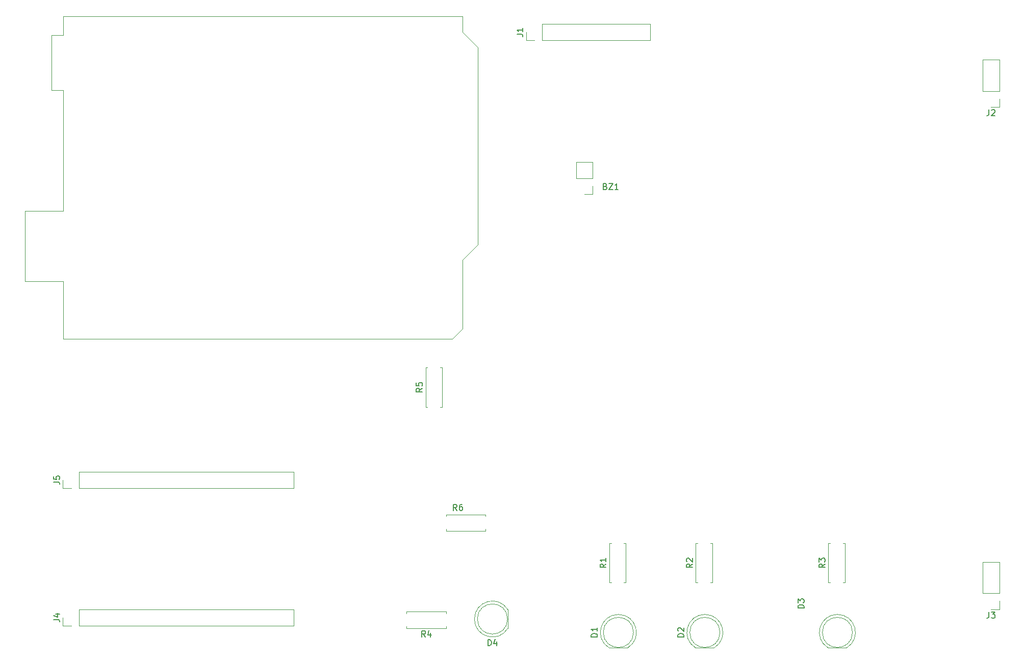
<source format=gbr>
%TF.GenerationSoftware,KiCad,Pcbnew,9.0.7*%
%TF.CreationDate,2026-01-03T20:52:02+01:00*%
%TF.ProjectId,Kicad Datein,4b696361-6420-4446-9174-65696e2e6b69,rev?*%
%TF.SameCoordinates,Original*%
%TF.FileFunction,Legend,Top*%
%TF.FilePolarity,Positive*%
%FSLAX46Y46*%
G04 Gerber Fmt 4.6, Leading zero omitted, Abs format (unit mm)*
G04 Created by KiCad (PCBNEW 9.0.7) date 2026-01-03 20:52:02*
%MOMM*%
%LPD*%
G01*
G04 APERTURE LIST*
%ADD10C,0.150000*%
%ADD11C,0.120000*%
G04 APERTURE END LIST*
D10*
X144454819Y-117698094D02*
X143454819Y-117698094D01*
X143454819Y-117698094D02*
X143454819Y-117459999D01*
X143454819Y-117459999D02*
X143502438Y-117317142D01*
X143502438Y-117317142D02*
X143597676Y-117221904D01*
X143597676Y-117221904D02*
X143692914Y-117174285D01*
X143692914Y-117174285D02*
X143883390Y-117126666D01*
X143883390Y-117126666D02*
X144026247Y-117126666D01*
X144026247Y-117126666D02*
X144216723Y-117174285D01*
X144216723Y-117174285D02*
X144311961Y-117221904D01*
X144311961Y-117221904D02*
X144407200Y-117317142D01*
X144407200Y-117317142D02*
X144454819Y-117459999D01*
X144454819Y-117459999D02*
X144454819Y-117698094D01*
X143454819Y-116793332D02*
X143454819Y-116174285D01*
X143454819Y-116174285D02*
X143835771Y-116507618D01*
X143835771Y-116507618D02*
X143835771Y-116364761D01*
X143835771Y-116364761D02*
X143883390Y-116269523D01*
X143883390Y-116269523D02*
X143931009Y-116221904D01*
X143931009Y-116221904D02*
X144026247Y-116174285D01*
X144026247Y-116174285D02*
X144264342Y-116174285D01*
X144264342Y-116174285D02*
X144359580Y-116221904D01*
X144359580Y-116221904D02*
X144407200Y-116269523D01*
X144407200Y-116269523D02*
X144454819Y-116364761D01*
X144454819Y-116364761D02*
X144454819Y-116650475D01*
X144454819Y-116650475D02*
X144407200Y-116745713D01*
X144407200Y-116745713D02*
X144359580Y-116793332D01*
X96794819Y-22333333D02*
X97509104Y-22333333D01*
X97509104Y-22333333D02*
X97651961Y-22380952D01*
X97651961Y-22380952D02*
X97747200Y-22476190D01*
X97747200Y-22476190D02*
X97794819Y-22619047D01*
X97794819Y-22619047D02*
X97794819Y-22714285D01*
X97794819Y-21333333D02*
X97794819Y-21904761D01*
X97794819Y-21619047D02*
X96794819Y-21619047D01*
X96794819Y-21619047D02*
X96937676Y-21714285D01*
X96937676Y-21714285D02*
X97032914Y-21809523D01*
X97032914Y-21809523D02*
X97080533Y-21904761D01*
X19874819Y-119593333D02*
X20589104Y-119593333D01*
X20589104Y-119593333D02*
X20731961Y-119640952D01*
X20731961Y-119640952D02*
X20827200Y-119736190D01*
X20827200Y-119736190D02*
X20874819Y-119879047D01*
X20874819Y-119879047D02*
X20874819Y-119974285D01*
X20208152Y-118688571D02*
X20874819Y-118688571D01*
X19827200Y-118926666D02*
X20541485Y-119164761D01*
X20541485Y-119164761D02*
X20541485Y-118545714D01*
X125944819Y-110356666D02*
X125468628Y-110689999D01*
X125944819Y-110928094D02*
X124944819Y-110928094D01*
X124944819Y-110928094D02*
X124944819Y-110547142D01*
X124944819Y-110547142D02*
X124992438Y-110451904D01*
X124992438Y-110451904D02*
X125040057Y-110404285D01*
X125040057Y-110404285D02*
X125135295Y-110356666D01*
X125135295Y-110356666D02*
X125278152Y-110356666D01*
X125278152Y-110356666D02*
X125373390Y-110404285D01*
X125373390Y-110404285D02*
X125421009Y-110451904D01*
X125421009Y-110451904D02*
X125468628Y-110547142D01*
X125468628Y-110547142D02*
X125468628Y-110928094D01*
X125040057Y-109975713D02*
X124992438Y-109928094D01*
X124992438Y-109928094D02*
X124944819Y-109832856D01*
X124944819Y-109832856D02*
X124944819Y-109594761D01*
X124944819Y-109594761D02*
X124992438Y-109499523D01*
X124992438Y-109499523D02*
X125040057Y-109451904D01*
X125040057Y-109451904D02*
X125135295Y-109404285D01*
X125135295Y-109404285D02*
X125230533Y-109404285D01*
X125230533Y-109404285D02*
X125373390Y-109451904D01*
X125373390Y-109451904D02*
X125944819Y-110023332D01*
X125944819Y-110023332D02*
X125944819Y-109404285D01*
X81084819Y-81166666D02*
X80608628Y-81499999D01*
X81084819Y-81738094D02*
X80084819Y-81738094D01*
X80084819Y-81738094D02*
X80084819Y-81357142D01*
X80084819Y-81357142D02*
X80132438Y-81261904D01*
X80132438Y-81261904D02*
X80180057Y-81214285D01*
X80180057Y-81214285D02*
X80275295Y-81166666D01*
X80275295Y-81166666D02*
X80418152Y-81166666D01*
X80418152Y-81166666D02*
X80513390Y-81214285D01*
X80513390Y-81214285D02*
X80561009Y-81261904D01*
X80561009Y-81261904D02*
X80608628Y-81357142D01*
X80608628Y-81357142D02*
X80608628Y-81738094D01*
X80084819Y-80261904D02*
X80084819Y-80738094D01*
X80084819Y-80738094D02*
X80561009Y-80785713D01*
X80561009Y-80785713D02*
X80513390Y-80738094D01*
X80513390Y-80738094D02*
X80465771Y-80642856D01*
X80465771Y-80642856D02*
X80465771Y-80404761D01*
X80465771Y-80404761D02*
X80513390Y-80309523D01*
X80513390Y-80309523D02*
X80561009Y-80261904D01*
X80561009Y-80261904D02*
X80656247Y-80214285D01*
X80656247Y-80214285D02*
X80894342Y-80214285D01*
X80894342Y-80214285D02*
X80989580Y-80261904D01*
X80989580Y-80261904D02*
X81037200Y-80309523D01*
X81037200Y-80309523D02*
X81084819Y-80404761D01*
X81084819Y-80404761D02*
X81084819Y-80642856D01*
X81084819Y-80642856D02*
X81037200Y-80738094D01*
X81037200Y-80738094D02*
X80989580Y-80785713D01*
X91991905Y-123914819D02*
X91991905Y-122914819D01*
X91991905Y-122914819D02*
X92230000Y-122914819D01*
X92230000Y-122914819D02*
X92372857Y-122962438D01*
X92372857Y-122962438D02*
X92468095Y-123057676D01*
X92468095Y-123057676D02*
X92515714Y-123152914D01*
X92515714Y-123152914D02*
X92563333Y-123343390D01*
X92563333Y-123343390D02*
X92563333Y-123486247D01*
X92563333Y-123486247D02*
X92515714Y-123676723D01*
X92515714Y-123676723D02*
X92468095Y-123771961D01*
X92468095Y-123771961D02*
X92372857Y-123867200D01*
X92372857Y-123867200D02*
X92230000Y-123914819D01*
X92230000Y-123914819D02*
X91991905Y-123914819D01*
X93420476Y-123248152D02*
X93420476Y-123914819D01*
X93182381Y-122867200D02*
X92944286Y-123581485D01*
X92944286Y-123581485D02*
X93563333Y-123581485D01*
X124494819Y-122468094D02*
X123494819Y-122468094D01*
X123494819Y-122468094D02*
X123494819Y-122229999D01*
X123494819Y-122229999D02*
X123542438Y-122087142D01*
X123542438Y-122087142D02*
X123637676Y-121991904D01*
X123637676Y-121991904D02*
X123732914Y-121944285D01*
X123732914Y-121944285D02*
X123923390Y-121896666D01*
X123923390Y-121896666D02*
X124066247Y-121896666D01*
X124066247Y-121896666D02*
X124256723Y-121944285D01*
X124256723Y-121944285D02*
X124351961Y-121991904D01*
X124351961Y-121991904D02*
X124447200Y-122087142D01*
X124447200Y-122087142D02*
X124494819Y-122229999D01*
X124494819Y-122229999D02*
X124494819Y-122468094D01*
X123590057Y-121515713D02*
X123542438Y-121468094D01*
X123542438Y-121468094D02*
X123494819Y-121372856D01*
X123494819Y-121372856D02*
X123494819Y-121134761D01*
X123494819Y-121134761D02*
X123542438Y-121039523D01*
X123542438Y-121039523D02*
X123590057Y-120991904D01*
X123590057Y-120991904D02*
X123685295Y-120944285D01*
X123685295Y-120944285D02*
X123780533Y-120944285D01*
X123780533Y-120944285D02*
X123923390Y-120991904D01*
X123923390Y-120991904D02*
X124494819Y-121563332D01*
X124494819Y-121563332D02*
X124494819Y-120944285D01*
X81593333Y-122464819D02*
X81260000Y-121988628D01*
X81021905Y-122464819D02*
X81021905Y-121464819D01*
X81021905Y-121464819D02*
X81402857Y-121464819D01*
X81402857Y-121464819D02*
X81498095Y-121512438D01*
X81498095Y-121512438D02*
X81545714Y-121560057D01*
X81545714Y-121560057D02*
X81593333Y-121655295D01*
X81593333Y-121655295D02*
X81593333Y-121798152D01*
X81593333Y-121798152D02*
X81545714Y-121893390D01*
X81545714Y-121893390D02*
X81498095Y-121941009D01*
X81498095Y-121941009D02*
X81402857Y-121988628D01*
X81402857Y-121988628D02*
X81021905Y-121988628D01*
X82450476Y-121798152D02*
X82450476Y-122464819D01*
X82212381Y-121417200D02*
X81974286Y-122131485D01*
X81974286Y-122131485D02*
X82593333Y-122131485D01*
X175166666Y-34874819D02*
X175166666Y-35589104D01*
X175166666Y-35589104D02*
X175119047Y-35731961D01*
X175119047Y-35731961D02*
X175023809Y-35827200D01*
X175023809Y-35827200D02*
X174880952Y-35874819D01*
X174880952Y-35874819D02*
X174785714Y-35874819D01*
X175595238Y-34970057D02*
X175642857Y-34922438D01*
X175642857Y-34922438D02*
X175738095Y-34874819D01*
X175738095Y-34874819D02*
X175976190Y-34874819D01*
X175976190Y-34874819D02*
X176071428Y-34922438D01*
X176071428Y-34922438D02*
X176119047Y-34970057D01*
X176119047Y-34970057D02*
X176166666Y-35065295D01*
X176166666Y-35065295D02*
X176166666Y-35160533D01*
X176166666Y-35160533D02*
X176119047Y-35303390D01*
X176119047Y-35303390D02*
X175547619Y-35874819D01*
X175547619Y-35874819D02*
X176166666Y-35874819D01*
X86833333Y-101454819D02*
X86500000Y-100978628D01*
X86261905Y-101454819D02*
X86261905Y-100454819D01*
X86261905Y-100454819D02*
X86642857Y-100454819D01*
X86642857Y-100454819D02*
X86738095Y-100502438D01*
X86738095Y-100502438D02*
X86785714Y-100550057D01*
X86785714Y-100550057D02*
X86833333Y-100645295D01*
X86833333Y-100645295D02*
X86833333Y-100788152D01*
X86833333Y-100788152D02*
X86785714Y-100883390D01*
X86785714Y-100883390D02*
X86738095Y-100931009D01*
X86738095Y-100931009D02*
X86642857Y-100978628D01*
X86642857Y-100978628D02*
X86261905Y-100978628D01*
X87690476Y-100454819D02*
X87500000Y-100454819D01*
X87500000Y-100454819D02*
X87404762Y-100502438D01*
X87404762Y-100502438D02*
X87357143Y-100550057D01*
X87357143Y-100550057D02*
X87261905Y-100692914D01*
X87261905Y-100692914D02*
X87214286Y-100883390D01*
X87214286Y-100883390D02*
X87214286Y-101264342D01*
X87214286Y-101264342D02*
X87261905Y-101359580D01*
X87261905Y-101359580D02*
X87309524Y-101407200D01*
X87309524Y-101407200D02*
X87404762Y-101454819D01*
X87404762Y-101454819D02*
X87595238Y-101454819D01*
X87595238Y-101454819D02*
X87690476Y-101407200D01*
X87690476Y-101407200D02*
X87738095Y-101359580D01*
X87738095Y-101359580D02*
X87785714Y-101264342D01*
X87785714Y-101264342D02*
X87785714Y-101026247D01*
X87785714Y-101026247D02*
X87738095Y-100931009D01*
X87738095Y-100931009D02*
X87690476Y-100883390D01*
X87690476Y-100883390D02*
X87595238Y-100835771D01*
X87595238Y-100835771D02*
X87404762Y-100835771D01*
X87404762Y-100835771D02*
X87309524Y-100883390D01*
X87309524Y-100883390D02*
X87261905Y-100931009D01*
X87261905Y-100931009D02*
X87214286Y-101026247D01*
X110134819Y-122468094D02*
X109134819Y-122468094D01*
X109134819Y-122468094D02*
X109134819Y-122229999D01*
X109134819Y-122229999D02*
X109182438Y-122087142D01*
X109182438Y-122087142D02*
X109277676Y-121991904D01*
X109277676Y-121991904D02*
X109372914Y-121944285D01*
X109372914Y-121944285D02*
X109563390Y-121896666D01*
X109563390Y-121896666D02*
X109706247Y-121896666D01*
X109706247Y-121896666D02*
X109896723Y-121944285D01*
X109896723Y-121944285D02*
X109991961Y-121991904D01*
X109991961Y-121991904D02*
X110087200Y-122087142D01*
X110087200Y-122087142D02*
X110134819Y-122229999D01*
X110134819Y-122229999D02*
X110134819Y-122468094D01*
X110134819Y-120944285D02*
X110134819Y-121515713D01*
X110134819Y-121229999D02*
X109134819Y-121229999D01*
X109134819Y-121229999D02*
X109277676Y-121325237D01*
X109277676Y-121325237D02*
X109372914Y-121420475D01*
X109372914Y-121420475D02*
X109420533Y-121515713D01*
X147944819Y-110356666D02*
X147468628Y-110689999D01*
X147944819Y-110928094D02*
X146944819Y-110928094D01*
X146944819Y-110928094D02*
X146944819Y-110547142D01*
X146944819Y-110547142D02*
X146992438Y-110451904D01*
X146992438Y-110451904D02*
X147040057Y-110404285D01*
X147040057Y-110404285D02*
X147135295Y-110356666D01*
X147135295Y-110356666D02*
X147278152Y-110356666D01*
X147278152Y-110356666D02*
X147373390Y-110404285D01*
X147373390Y-110404285D02*
X147421009Y-110451904D01*
X147421009Y-110451904D02*
X147468628Y-110547142D01*
X147468628Y-110547142D02*
X147468628Y-110928094D01*
X146944819Y-110023332D02*
X146944819Y-109404285D01*
X146944819Y-109404285D02*
X147325771Y-109737618D01*
X147325771Y-109737618D02*
X147325771Y-109594761D01*
X147325771Y-109594761D02*
X147373390Y-109499523D01*
X147373390Y-109499523D02*
X147421009Y-109451904D01*
X147421009Y-109451904D02*
X147516247Y-109404285D01*
X147516247Y-109404285D02*
X147754342Y-109404285D01*
X147754342Y-109404285D02*
X147849580Y-109451904D01*
X147849580Y-109451904D02*
X147897200Y-109499523D01*
X147897200Y-109499523D02*
X147944819Y-109594761D01*
X147944819Y-109594761D02*
X147944819Y-109880475D01*
X147944819Y-109880475D02*
X147897200Y-109975713D01*
X147897200Y-109975713D02*
X147849580Y-110023332D01*
X175166666Y-118334819D02*
X175166666Y-119049104D01*
X175166666Y-119049104D02*
X175119047Y-119191961D01*
X175119047Y-119191961D02*
X175023809Y-119287200D01*
X175023809Y-119287200D02*
X174880952Y-119334819D01*
X174880952Y-119334819D02*
X174785714Y-119334819D01*
X175547619Y-118334819D02*
X176166666Y-118334819D01*
X176166666Y-118334819D02*
X175833333Y-118715771D01*
X175833333Y-118715771D02*
X175976190Y-118715771D01*
X175976190Y-118715771D02*
X176071428Y-118763390D01*
X176071428Y-118763390D02*
X176119047Y-118811009D01*
X176119047Y-118811009D02*
X176166666Y-118906247D01*
X176166666Y-118906247D02*
X176166666Y-119144342D01*
X176166666Y-119144342D02*
X176119047Y-119239580D01*
X176119047Y-119239580D02*
X176071428Y-119287200D01*
X176071428Y-119287200D02*
X175976190Y-119334819D01*
X175976190Y-119334819D02*
X175690476Y-119334819D01*
X175690476Y-119334819D02*
X175595238Y-119287200D01*
X175595238Y-119287200D02*
X175547619Y-119239580D01*
X111479047Y-47611009D02*
X111621904Y-47658628D01*
X111621904Y-47658628D02*
X111669523Y-47706247D01*
X111669523Y-47706247D02*
X111717142Y-47801485D01*
X111717142Y-47801485D02*
X111717142Y-47944342D01*
X111717142Y-47944342D02*
X111669523Y-48039580D01*
X111669523Y-48039580D02*
X111621904Y-48087200D01*
X111621904Y-48087200D02*
X111526666Y-48134819D01*
X111526666Y-48134819D02*
X111145714Y-48134819D01*
X111145714Y-48134819D02*
X111145714Y-47134819D01*
X111145714Y-47134819D02*
X111479047Y-47134819D01*
X111479047Y-47134819D02*
X111574285Y-47182438D01*
X111574285Y-47182438D02*
X111621904Y-47230057D01*
X111621904Y-47230057D02*
X111669523Y-47325295D01*
X111669523Y-47325295D02*
X111669523Y-47420533D01*
X111669523Y-47420533D02*
X111621904Y-47515771D01*
X111621904Y-47515771D02*
X111574285Y-47563390D01*
X111574285Y-47563390D02*
X111479047Y-47611009D01*
X111479047Y-47611009D02*
X111145714Y-47611009D01*
X112050476Y-47134819D02*
X112717142Y-47134819D01*
X112717142Y-47134819D02*
X112050476Y-48134819D01*
X112050476Y-48134819D02*
X112717142Y-48134819D01*
X113621904Y-48134819D02*
X113050476Y-48134819D01*
X113336190Y-48134819D02*
X113336190Y-47134819D01*
X113336190Y-47134819D02*
X113240952Y-47277676D01*
X113240952Y-47277676D02*
X113145714Y-47372914D01*
X113145714Y-47372914D02*
X113050476Y-47420533D01*
X19874819Y-96733333D02*
X20589104Y-96733333D01*
X20589104Y-96733333D02*
X20731961Y-96780952D01*
X20731961Y-96780952D02*
X20827200Y-96876190D01*
X20827200Y-96876190D02*
X20874819Y-97019047D01*
X20874819Y-97019047D02*
X20874819Y-97114285D01*
X19874819Y-95780952D02*
X19874819Y-96257142D01*
X19874819Y-96257142D02*
X20351009Y-96304761D01*
X20351009Y-96304761D02*
X20303390Y-96257142D01*
X20303390Y-96257142D02*
X20255771Y-96161904D01*
X20255771Y-96161904D02*
X20255771Y-95923809D01*
X20255771Y-95923809D02*
X20303390Y-95828571D01*
X20303390Y-95828571D02*
X20351009Y-95780952D01*
X20351009Y-95780952D02*
X20446247Y-95733333D01*
X20446247Y-95733333D02*
X20684342Y-95733333D01*
X20684342Y-95733333D02*
X20779580Y-95780952D01*
X20779580Y-95780952D02*
X20827200Y-95828571D01*
X20827200Y-95828571D02*
X20874819Y-95923809D01*
X20874819Y-95923809D02*
X20874819Y-96161904D01*
X20874819Y-96161904D02*
X20827200Y-96257142D01*
X20827200Y-96257142D02*
X20779580Y-96304761D01*
X111584819Y-110356666D02*
X111108628Y-110689999D01*
X111584819Y-110928094D02*
X110584819Y-110928094D01*
X110584819Y-110928094D02*
X110584819Y-110547142D01*
X110584819Y-110547142D02*
X110632438Y-110451904D01*
X110632438Y-110451904D02*
X110680057Y-110404285D01*
X110680057Y-110404285D02*
X110775295Y-110356666D01*
X110775295Y-110356666D02*
X110918152Y-110356666D01*
X110918152Y-110356666D02*
X111013390Y-110404285D01*
X111013390Y-110404285D02*
X111061009Y-110451904D01*
X111061009Y-110451904D02*
X111108628Y-110547142D01*
X111108628Y-110547142D02*
X111108628Y-110928094D01*
X111584819Y-109404285D02*
X111584819Y-109975713D01*
X111584819Y-109689999D02*
X110584819Y-109689999D01*
X110584819Y-109689999D02*
X110727676Y-109785237D01*
X110727676Y-109785237D02*
X110822914Y-109880475D01*
X110822914Y-109880475D02*
X110870533Y-109975713D01*
D11*
%TO.C,D3*%
X148455000Y-124290000D02*
X151545000Y-124290000D01*
X148455170Y-124290000D02*
G75*
G02*
X150000000Y-118740000I1544830J2560000D01*
G01*
X150000000Y-118740000D02*
G75*
G02*
X151544830Y-124290000I0J-2990000D01*
G01*
X152500000Y-121730000D02*
G75*
G02*
X147500000Y-121730000I-2500000J0D01*
G01*
X147500000Y-121730000D02*
G75*
G02*
X152500000Y-121730000I2500000J0D01*
G01*
%TO.C,J1*%
X98340000Y-23380000D02*
X98340000Y-22000000D01*
X99720000Y-23380000D02*
X98340000Y-23380000D01*
X100990000Y-20620000D02*
X118880000Y-20620000D01*
X100990000Y-23380000D02*
X100990000Y-20620000D01*
X100990000Y-23380000D02*
X118880000Y-23380000D01*
X118880000Y-23380000D02*
X118880000Y-20620000D01*
%TO.C,J4*%
X21420000Y-120640000D02*
X21420000Y-119260000D01*
X22800000Y-120640000D02*
X21420000Y-120640000D01*
X24070000Y-117880000D02*
X59740000Y-117880000D01*
X24070000Y-120640000D02*
X24070000Y-117880000D01*
X24070000Y-120640000D02*
X59740000Y-120640000D01*
X59740000Y-120640000D02*
X59740000Y-117880000D01*
%TO.C,R2*%
X126490000Y-106920000D02*
X126820000Y-106920000D01*
X126490000Y-113460000D02*
X126490000Y-106920000D01*
X126820000Y-113460000D02*
X126490000Y-113460000D01*
X128900000Y-113460000D02*
X129230000Y-113460000D01*
X129230000Y-106920000D02*
X128900000Y-106920000D01*
X129230000Y-113460000D02*
X129230000Y-106920000D01*
%TO.C,R5*%
X81630000Y-77730000D02*
X81960000Y-77730000D01*
X81630000Y-84270000D02*
X81630000Y-77730000D01*
X81960000Y-84270000D02*
X81630000Y-84270000D01*
X84040000Y-84270000D02*
X84370000Y-84270000D01*
X84370000Y-77730000D02*
X84040000Y-77730000D01*
X84370000Y-84270000D02*
X84370000Y-77730000D01*
%TO.C,A1*%
X15080000Y-51720000D02*
X15080000Y-63400000D01*
X15080000Y-63400000D02*
X21430000Y-63400000D01*
X19530000Y-22510000D02*
X19530000Y-31650000D01*
X19530000Y-31650000D02*
X21430000Y-31650000D01*
X21430000Y-19330000D02*
X21430000Y-22510000D01*
X21430000Y-22510000D02*
X19530000Y-22510000D01*
X21430000Y-31650000D02*
X21430000Y-51720000D01*
X21430000Y-51720000D02*
X15080000Y-51720000D01*
X21430000Y-63400000D02*
X21430000Y-72930000D01*
X21430000Y-72930000D02*
X86080000Y-72930000D01*
X86080000Y-72930000D02*
X87730000Y-71280000D01*
X87730000Y-19330000D02*
X21430000Y-19330000D01*
X87730000Y-22000000D02*
X87730000Y-19330000D01*
X87730000Y-59850000D02*
X90270000Y-57310000D01*
X87730000Y-71280000D02*
X87730000Y-59850000D01*
X90270000Y-24540000D02*
X87730000Y-22000000D01*
X90270000Y-57310000D02*
X90270000Y-24540000D01*
%TO.C,D4*%
X95290000Y-121045000D02*
X95290000Y-117955000D01*
X89740000Y-119500000D02*
G75*
G02*
X95290000Y-117955170I2990000J0D01*
G01*
X95290000Y-121044830D02*
G75*
G02*
X89740000Y-119500000I-2560000J1544830D01*
G01*
X95230000Y-119500000D02*
G75*
G02*
X90230000Y-119500000I-2500000J0D01*
G01*
X90230000Y-119500000D02*
G75*
G02*
X95230000Y-119500000I2500000J0D01*
G01*
%TO.C,D2*%
X126455000Y-124290000D02*
X129545000Y-124290000D01*
X126455170Y-124290000D02*
G75*
G02*
X128000000Y-118740000I1544830J2560000D01*
G01*
X128000000Y-118740000D02*
G75*
G02*
X129544830Y-124290000I0J-2990000D01*
G01*
X130500000Y-121730000D02*
G75*
G02*
X125500000Y-121730000I-2500000J0D01*
G01*
X125500000Y-121730000D02*
G75*
G02*
X130500000Y-121730000I2500000J0D01*
G01*
%TO.C,R4*%
X78490000Y-118270000D02*
X78490000Y-118600000D01*
X78490000Y-121010000D02*
X78490000Y-120680000D01*
X85030000Y-118270000D02*
X78490000Y-118270000D01*
X85030000Y-118600000D02*
X85030000Y-118270000D01*
X85030000Y-120680000D02*
X85030000Y-121010000D01*
X85030000Y-121010000D02*
X78490000Y-121010000D01*
%TO.C,J2*%
X174120000Y-31770000D02*
X174120000Y-26580000D01*
X176880000Y-26580000D02*
X174120000Y-26580000D01*
X176880000Y-31770000D02*
X174120000Y-31770000D01*
X176880000Y-31770000D02*
X176880000Y-26580000D01*
X176880000Y-33040000D02*
X176880000Y-34420000D01*
X176880000Y-34420000D02*
X175500000Y-34420000D01*
%TO.C,R6*%
X85040000Y-102130000D02*
X91580000Y-102130000D01*
X85040000Y-102460000D02*
X85040000Y-102130000D01*
X85040000Y-104540000D02*
X85040000Y-104870000D01*
X85040000Y-104870000D02*
X91580000Y-104870000D01*
X91580000Y-102130000D02*
X91580000Y-102460000D01*
X91580000Y-104870000D02*
X91580000Y-104540000D01*
%TO.C,D1*%
X112095000Y-124290000D02*
X115185000Y-124290000D01*
X112095170Y-124290000D02*
G75*
G02*
X113640000Y-118740000I1544830J2560000D01*
G01*
X113640000Y-118740000D02*
G75*
G02*
X115184830Y-124290000I0J-2990000D01*
G01*
X116140000Y-121730000D02*
G75*
G02*
X111140000Y-121730000I-2500000J0D01*
G01*
X111140000Y-121730000D02*
G75*
G02*
X116140000Y-121730000I2500000J0D01*
G01*
%TO.C,R3*%
X148490000Y-106920000D02*
X148820000Y-106920000D01*
X148490000Y-113460000D02*
X148490000Y-106920000D01*
X148820000Y-113460000D02*
X148490000Y-113460000D01*
X150900000Y-113460000D02*
X151230000Y-113460000D01*
X151230000Y-106920000D02*
X150900000Y-106920000D01*
X151230000Y-113460000D02*
X151230000Y-106920000D01*
%TO.C,J3*%
X174120000Y-115230000D02*
X174120000Y-110040000D01*
X176880000Y-110040000D02*
X174120000Y-110040000D01*
X176880000Y-115230000D02*
X174120000Y-115230000D01*
X176880000Y-115230000D02*
X176880000Y-110040000D01*
X176880000Y-116500000D02*
X176880000Y-117880000D01*
X176880000Y-117880000D02*
X175500000Y-117880000D01*
%TO.C,BZ1*%
X106620000Y-46270000D02*
X106620000Y-43620000D01*
X109380000Y-43620000D02*
X106620000Y-43620000D01*
X109380000Y-46270000D02*
X106620000Y-46270000D01*
X109380000Y-46270000D02*
X109380000Y-43620000D01*
X109380000Y-47540000D02*
X109380000Y-48920000D01*
X109380000Y-48920000D02*
X108000000Y-48920000D01*
%TO.C,J5*%
X21420000Y-97780000D02*
X21420000Y-96400000D01*
X22800000Y-97780000D02*
X21420000Y-97780000D01*
X24070000Y-95020000D02*
X59740000Y-95020000D01*
X24070000Y-97780000D02*
X24070000Y-95020000D01*
X24070000Y-97780000D02*
X59740000Y-97780000D01*
X59740000Y-97780000D02*
X59740000Y-95020000D01*
%TO.C,R1*%
X112130000Y-106920000D02*
X112460000Y-106920000D01*
X112130000Y-113460000D02*
X112130000Y-106920000D01*
X112460000Y-113460000D02*
X112130000Y-113460000D01*
X114540000Y-113460000D02*
X114870000Y-113460000D01*
X114870000Y-106920000D02*
X114540000Y-106920000D01*
X114870000Y-113460000D02*
X114870000Y-106920000D01*
%TD*%
M02*

</source>
